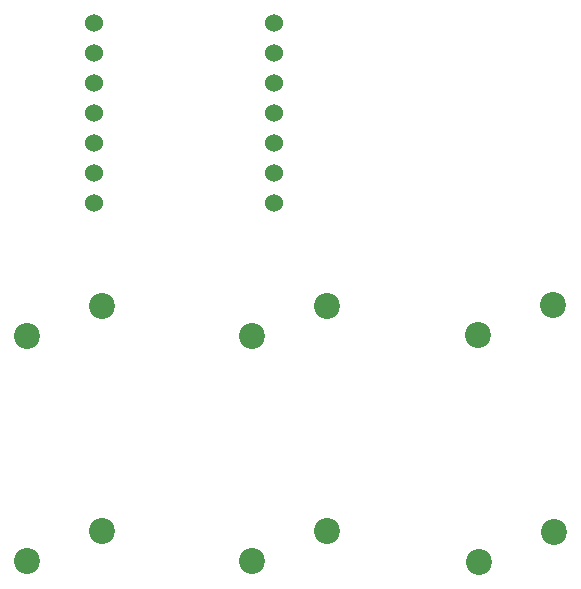
<source format=gbr>
%TF.GenerationSoftware,KiCad,Pcbnew,9.0.3*%
%TF.CreationDate,2025-07-10T08:35:26-07:00*%
%TF.ProjectId,Hackpad,4861636b-7061-4642-9e6b-696361645f70,rev?*%
%TF.SameCoordinates,Original*%
%TF.FileFunction,Copper,L2,Bot*%
%TF.FilePolarity,Positive*%
%FSLAX46Y46*%
G04 Gerber Fmt 4.6, Leading zero omitted, Abs format (unit mm)*
G04 Created by KiCad (PCBNEW 9.0.3) date 2025-07-10 08:35:26*
%MOMM*%
%LPD*%
G01*
G04 APERTURE LIST*
%TA.AperFunction,ComponentPad*%
%ADD10C,2.200000*%
%TD*%
%TA.AperFunction,ComponentPad*%
%ADD11C,1.524000*%
%TD*%
G04 APERTURE END LIST*
D10*
%TO.P,SW3,1,1*%
%TO.N,GND*%
X65315250Y-76924750D03*
%TO.P,SW3,2,2*%
%TO.N,Net-(U1-GPIO3{slash}MOSI)*%
X58965250Y-79464750D03*
%TD*%
%TO.P,SW2,1,1*%
%TO.N,GND*%
X84365250Y-57874750D03*
%TO.P,SW2,2,2*%
%TO.N,Net-(U1-GPIO4{slash}MISO)*%
X78015250Y-60414750D03*
%TD*%
%TO.P,SW6,1,1*%
%TO.N,GND*%
X103640000Y-77020000D03*
%TO.P,SW6,2,2*%
%TO.N,Net-(U1-GPIO7{slash}SCL)*%
X97290000Y-79560000D03*
%TD*%
%TO.P,SW5,1,1*%
%TO.N,GND*%
X103540000Y-57820000D03*
%TO.P,SW5,2,2*%
%TO.N,Net-(U1-GPIO0{slash}TX)*%
X97190000Y-60360000D03*
%TD*%
D11*
%TO.P,U1,1,GPIO26/ADC0/A0*%
%TO.N,unconnected-(U1-GPIO26{slash}ADC0{slash}A0-Pad1)*%
X64680250Y-33903500D03*
%TO.P,U1,2,GPIO27/ADC1/A1*%
%TO.N,unconnected-(U1-GPIO27{slash}ADC1{slash}A1-Pad2)*%
X64680250Y-36443500D03*
%TO.P,U1,3,GPIO28/ADC2/A2*%
%TO.N,unconnected-(U1-GPIO28{slash}ADC2{slash}A2-Pad3)*%
X64680250Y-38983500D03*
%TO.P,U1,4,GPIO29/ADC3/A3*%
%TO.N,unconnected-(U1-GPIO29{slash}ADC3{slash}A3-Pad4)*%
X64680250Y-41523500D03*
%TO.P,U1,5,GPIO6/SDA*%
%TO.N,Net-(D1-DIN)*%
X64680250Y-44063500D03*
%TO.P,U1,6,GPIO7/SCL*%
%TO.N,Net-(U1-GPIO7{slash}SCL)*%
X64680250Y-46603500D03*
%TO.P,U1,7,GPIO0/TX*%
%TO.N,Net-(U1-GPIO0{slash}TX)*%
X64680250Y-49143500D03*
%TO.P,U1,8,GPIO1/RX*%
%TO.N,Net-(U1-GPIO1{slash}RX)*%
X79920250Y-49143500D03*
%TO.P,U1,9,GPIO2/SCK*%
%TO.N,Net-(U1-GPIO2{slash}SCK)*%
X79920250Y-46603500D03*
%TO.P,U1,10,GPIO4/MISO*%
%TO.N,Net-(U1-GPIO4{slash}MISO)*%
X79920250Y-44063500D03*
%TO.P,U1,11,GPIO3/MOSI*%
%TO.N,Net-(U1-GPIO3{slash}MOSI)*%
X79920250Y-41523500D03*
%TO.P,U1,12,3V3*%
%TO.N,unconnected-(U1-3V3-Pad12)*%
X79920250Y-38983500D03*
%TO.P,U1,13,GND*%
%TO.N,GND*%
X79920250Y-36443500D03*
%TO.P,U1,14,VBUS*%
%TO.N,+5V*%
X79920250Y-33903500D03*
%TD*%
D10*
%TO.P,SW4,1,1*%
%TO.N,GND*%
X84365250Y-76924750D03*
%TO.P,SW4,2,2*%
%TO.N,Net-(U1-GPIO2{slash}SCK)*%
X78015250Y-79464750D03*
%TD*%
%TO.P,SW1,1,1*%
%TO.N,GND*%
X65315250Y-57874750D03*
%TO.P,SW1,2,2*%
%TO.N,Net-(U1-GPIO1{slash}RX)*%
X58965250Y-60414750D03*
%TD*%
M02*

</source>
